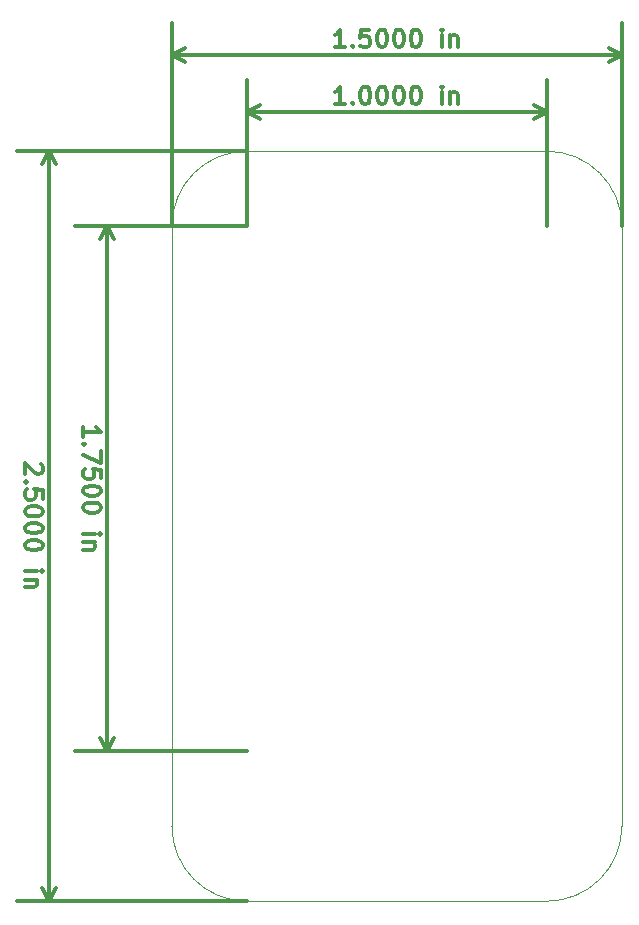
<source format=gbr>
%FSLAX34Y34*%
G04 Gerber Fmt 3.4, Leading zero omitted, Abs format*
G04 (created by PCBNEW (2013-jul-14)-product) date Saturday 22 February 2014 12:24:09 PM IST*
%MOIN*%
G01*
G70*
G90*
G04 APERTURE LIST*
%ADD10C,0.005906*%
%ADD11C,0.011811*%
%ADD12C,0.003937*%
G04 APERTURE END LIST*
G54D10*
G54D11*
X69551Y-32020D02*
X69551Y-31683D01*
X69551Y-31851D02*
X70141Y-31851D01*
X70057Y-31795D01*
X70001Y-31739D01*
X69973Y-31683D01*
X69607Y-32273D02*
X69579Y-32301D01*
X69551Y-32273D01*
X69579Y-32245D01*
X69607Y-32273D01*
X69551Y-32273D01*
X70141Y-32498D02*
X70141Y-32892D01*
X69551Y-32639D01*
X70141Y-33398D02*
X70141Y-33117D01*
X69860Y-33089D01*
X69888Y-33117D01*
X69916Y-33173D01*
X69916Y-33314D01*
X69888Y-33370D01*
X69860Y-33398D01*
X69804Y-33426D01*
X69663Y-33426D01*
X69607Y-33398D01*
X69579Y-33370D01*
X69551Y-33314D01*
X69551Y-33173D01*
X69579Y-33117D01*
X69607Y-33089D01*
X70141Y-33792D02*
X70141Y-33848D01*
X70113Y-33904D01*
X70085Y-33932D01*
X70029Y-33960D01*
X69916Y-33989D01*
X69776Y-33989D01*
X69663Y-33960D01*
X69607Y-33932D01*
X69579Y-33904D01*
X69551Y-33848D01*
X69551Y-33792D01*
X69579Y-33735D01*
X69607Y-33707D01*
X69663Y-33679D01*
X69776Y-33651D01*
X69916Y-33651D01*
X70029Y-33679D01*
X70085Y-33707D01*
X70113Y-33735D01*
X70141Y-33792D01*
X70141Y-34354D02*
X70141Y-34410D01*
X70113Y-34467D01*
X70085Y-34495D01*
X70029Y-34523D01*
X69916Y-34551D01*
X69776Y-34551D01*
X69663Y-34523D01*
X69607Y-34495D01*
X69579Y-34467D01*
X69551Y-34410D01*
X69551Y-34354D01*
X69579Y-34298D01*
X69607Y-34270D01*
X69663Y-34242D01*
X69776Y-34214D01*
X69916Y-34214D01*
X70029Y-34242D01*
X70085Y-34270D01*
X70113Y-34298D01*
X70141Y-34354D01*
X69551Y-35254D02*
X69945Y-35254D01*
X70141Y-35254D02*
X70113Y-35226D01*
X70085Y-35254D01*
X70113Y-35282D01*
X70141Y-35254D01*
X70085Y-35254D01*
X69945Y-35535D02*
X69551Y-35535D01*
X69888Y-35535D02*
X69916Y-35563D01*
X69945Y-35620D01*
X69945Y-35704D01*
X69916Y-35760D01*
X69860Y-35788D01*
X69551Y-35788D01*
X70350Y-25000D02*
X70350Y-42500D01*
X75000Y-25000D02*
X69287Y-25000D01*
X75000Y-42500D02*
X69287Y-42500D01*
X70350Y-42500D02*
X70119Y-42056D01*
X70350Y-42500D02*
X70580Y-42056D01*
X70350Y-25000D02*
X70119Y-25443D01*
X70350Y-25000D02*
X70580Y-25443D01*
X68135Y-32933D02*
X68163Y-32961D01*
X68191Y-33017D01*
X68191Y-33158D01*
X68163Y-33214D01*
X68135Y-33242D01*
X68079Y-33270D01*
X68023Y-33270D01*
X67938Y-33242D01*
X67601Y-32904D01*
X67601Y-33270D01*
X67657Y-33523D02*
X67629Y-33551D01*
X67601Y-33523D01*
X67629Y-33495D01*
X67657Y-33523D01*
X67601Y-33523D01*
X68191Y-34086D02*
X68191Y-33804D01*
X67910Y-33776D01*
X67938Y-33804D01*
X67966Y-33861D01*
X67966Y-34001D01*
X67938Y-34057D01*
X67910Y-34086D01*
X67854Y-34114D01*
X67713Y-34114D01*
X67657Y-34086D01*
X67629Y-34057D01*
X67601Y-34001D01*
X67601Y-33861D01*
X67629Y-33804D01*
X67657Y-33776D01*
X68191Y-34479D02*
X68191Y-34535D01*
X68163Y-34592D01*
X68135Y-34620D01*
X68079Y-34648D01*
X67966Y-34676D01*
X67826Y-34676D01*
X67713Y-34648D01*
X67657Y-34620D01*
X67629Y-34592D01*
X67601Y-34535D01*
X67601Y-34479D01*
X67629Y-34423D01*
X67657Y-34395D01*
X67713Y-34367D01*
X67826Y-34339D01*
X67966Y-34339D01*
X68079Y-34367D01*
X68135Y-34395D01*
X68163Y-34423D01*
X68191Y-34479D01*
X68191Y-35042D02*
X68191Y-35098D01*
X68163Y-35154D01*
X68135Y-35182D01*
X68079Y-35210D01*
X67966Y-35239D01*
X67826Y-35239D01*
X67713Y-35210D01*
X67657Y-35182D01*
X67629Y-35154D01*
X67601Y-35098D01*
X67601Y-35042D01*
X67629Y-34985D01*
X67657Y-34957D01*
X67713Y-34929D01*
X67826Y-34901D01*
X67966Y-34901D01*
X68079Y-34929D01*
X68135Y-34957D01*
X68163Y-34985D01*
X68191Y-35042D01*
X68191Y-35604D02*
X68191Y-35660D01*
X68163Y-35717D01*
X68135Y-35745D01*
X68079Y-35773D01*
X67966Y-35801D01*
X67826Y-35801D01*
X67713Y-35773D01*
X67657Y-35745D01*
X67629Y-35717D01*
X67601Y-35660D01*
X67601Y-35604D01*
X67629Y-35548D01*
X67657Y-35520D01*
X67713Y-35492D01*
X67826Y-35464D01*
X67966Y-35464D01*
X68079Y-35492D01*
X68135Y-35520D01*
X68163Y-35548D01*
X68191Y-35604D01*
X67601Y-36504D02*
X67995Y-36504D01*
X68191Y-36504D02*
X68163Y-36476D01*
X68135Y-36504D01*
X68163Y-36532D01*
X68191Y-36504D01*
X68135Y-36504D01*
X67995Y-36785D02*
X67601Y-36785D01*
X67938Y-36785D02*
X67966Y-36813D01*
X67995Y-36870D01*
X67995Y-36954D01*
X67966Y-37010D01*
X67910Y-37038D01*
X67601Y-37038D01*
X68400Y-22500D02*
X68400Y-47500D01*
X75000Y-22500D02*
X67337Y-22500D01*
X75000Y-47500D02*
X67337Y-47500D01*
X68400Y-47500D02*
X68169Y-47056D01*
X68400Y-47500D02*
X68630Y-47056D01*
X68400Y-22500D02*
X68169Y-22943D01*
X68400Y-22500D02*
X68630Y-22943D01*
X78270Y-20935D02*
X77933Y-20935D01*
X78101Y-20935D02*
X78101Y-20345D01*
X78045Y-20429D01*
X77989Y-20485D01*
X77933Y-20513D01*
X78523Y-20879D02*
X78551Y-20907D01*
X78523Y-20935D01*
X78495Y-20907D01*
X78523Y-20879D01*
X78523Y-20935D01*
X78917Y-20345D02*
X78973Y-20345D01*
X79029Y-20373D01*
X79057Y-20401D01*
X79086Y-20457D01*
X79114Y-20570D01*
X79114Y-20710D01*
X79086Y-20823D01*
X79057Y-20879D01*
X79029Y-20907D01*
X78973Y-20935D01*
X78917Y-20935D01*
X78861Y-20907D01*
X78832Y-20879D01*
X78804Y-20823D01*
X78776Y-20710D01*
X78776Y-20570D01*
X78804Y-20457D01*
X78832Y-20401D01*
X78861Y-20373D01*
X78917Y-20345D01*
X79479Y-20345D02*
X79535Y-20345D01*
X79592Y-20373D01*
X79620Y-20401D01*
X79648Y-20457D01*
X79676Y-20570D01*
X79676Y-20710D01*
X79648Y-20823D01*
X79620Y-20879D01*
X79592Y-20907D01*
X79535Y-20935D01*
X79479Y-20935D01*
X79423Y-20907D01*
X79395Y-20879D01*
X79367Y-20823D01*
X79339Y-20710D01*
X79339Y-20570D01*
X79367Y-20457D01*
X79395Y-20401D01*
X79423Y-20373D01*
X79479Y-20345D01*
X80042Y-20345D02*
X80098Y-20345D01*
X80154Y-20373D01*
X80182Y-20401D01*
X80210Y-20457D01*
X80239Y-20570D01*
X80239Y-20710D01*
X80210Y-20823D01*
X80182Y-20879D01*
X80154Y-20907D01*
X80098Y-20935D01*
X80042Y-20935D01*
X79985Y-20907D01*
X79957Y-20879D01*
X79929Y-20823D01*
X79901Y-20710D01*
X79901Y-20570D01*
X79929Y-20457D01*
X79957Y-20401D01*
X79985Y-20373D01*
X80042Y-20345D01*
X80604Y-20345D02*
X80660Y-20345D01*
X80717Y-20373D01*
X80745Y-20401D01*
X80773Y-20457D01*
X80801Y-20570D01*
X80801Y-20710D01*
X80773Y-20823D01*
X80745Y-20879D01*
X80717Y-20907D01*
X80660Y-20935D01*
X80604Y-20935D01*
X80548Y-20907D01*
X80520Y-20879D01*
X80492Y-20823D01*
X80464Y-20710D01*
X80464Y-20570D01*
X80492Y-20457D01*
X80520Y-20401D01*
X80548Y-20373D01*
X80604Y-20345D01*
X81504Y-20935D02*
X81504Y-20541D01*
X81504Y-20345D02*
X81476Y-20373D01*
X81504Y-20401D01*
X81532Y-20373D01*
X81504Y-20345D01*
X81504Y-20401D01*
X81785Y-20541D02*
X81785Y-20935D01*
X81785Y-20598D02*
X81813Y-20570D01*
X81870Y-20541D01*
X81954Y-20541D01*
X82010Y-20570D01*
X82038Y-20626D01*
X82038Y-20935D01*
X75000Y-21200D02*
X85000Y-21200D01*
X75000Y-25000D02*
X75000Y-20137D01*
X85000Y-25000D02*
X85000Y-20137D01*
X85000Y-21200D02*
X84556Y-21430D01*
X85000Y-21200D02*
X84556Y-20969D01*
X75000Y-21200D02*
X75443Y-21430D01*
X75000Y-21200D02*
X75443Y-20969D01*
X78270Y-19035D02*
X77933Y-19035D01*
X78101Y-19035D02*
X78101Y-18445D01*
X78045Y-18529D01*
X77989Y-18585D01*
X77933Y-18613D01*
X78523Y-18979D02*
X78551Y-19007D01*
X78523Y-19035D01*
X78495Y-19007D01*
X78523Y-18979D01*
X78523Y-19035D01*
X79086Y-18445D02*
X78804Y-18445D01*
X78776Y-18726D01*
X78804Y-18698D01*
X78861Y-18670D01*
X79001Y-18670D01*
X79057Y-18698D01*
X79086Y-18726D01*
X79114Y-18782D01*
X79114Y-18923D01*
X79086Y-18979D01*
X79057Y-19007D01*
X79001Y-19035D01*
X78861Y-19035D01*
X78804Y-19007D01*
X78776Y-18979D01*
X79479Y-18445D02*
X79535Y-18445D01*
X79592Y-18473D01*
X79620Y-18501D01*
X79648Y-18557D01*
X79676Y-18670D01*
X79676Y-18810D01*
X79648Y-18923D01*
X79620Y-18979D01*
X79592Y-19007D01*
X79535Y-19035D01*
X79479Y-19035D01*
X79423Y-19007D01*
X79395Y-18979D01*
X79367Y-18923D01*
X79339Y-18810D01*
X79339Y-18670D01*
X79367Y-18557D01*
X79395Y-18501D01*
X79423Y-18473D01*
X79479Y-18445D01*
X80042Y-18445D02*
X80098Y-18445D01*
X80154Y-18473D01*
X80182Y-18501D01*
X80210Y-18557D01*
X80239Y-18670D01*
X80239Y-18810D01*
X80210Y-18923D01*
X80182Y-18979D01*
X80154Y-19007D01*
X80098Y-19035D01*
X80042Y-19035D01*
X79985Y-19007D01*
X79957Y-18979D01*
X79929Y-18923D01*
X79901Y-18810D01*
X79901Y-18670D01*
X79929Y-18557D01*
X79957Y-18501D01*
X79985Y-18473D01*
X80042Y-18445D01*
X80604Y-18445D02*
X80660Y-18445D01*
X80717Y-18473D01*
X80745Y-18501D01*
X80773Y-18557D01*
X80801Y-18670D01*
X80801Y-18810D01*
X80773Y-18923D01*
X80745Y-18979D01*
X80717Y-19007D01*
X80660Y-19035D01*
X80604Y-19035D01*
X80548Y-19007D01*
X80520Y-18979D01*
X80492Y-18923D01*
X80464Y-18810D01*
X80464Y-18670D01*
X80492Y-18557D01*
X80520Y-18501D01*
X80548Y-18473D01*
X80604Y-18445D01*
X81504Y-19035D02*
X81504Y-18641D01*
X81504Y-18445D02*
X81476Y-18473D01*
X81504Y-18501D01*
X81532Y-18473D01*
X81504Y-18445D01*
X81504Y-18501D01*
X81785Y-18641D02*
X81785Y-19035D01*
X81785Y-18698D02*
X81813Y-18670D01*
X81870Y-18641D01*
X81954Y-18641D01*
X82010Y-18670D01*
X82038Y-18726D01*
X82038Y-19035D01*
X72500Y-19300D02*
X87500Y-19300D01*
X72500Y-25000D02*
X72500Y-18237D01*
X87500Y-25000D02*
X87500Y-18237D01*
X87500Y-19300D02*
X87056Y-19530D01*
X87500Y-19300D02*
X87056Y-19069D01*
X72500Y-19300D02*
X72943Y-19530D01*
X72500Y-19300D02*
X72943Y-19069D01*
G54D12*
X85000Y-47500D02*
G75*
G03X87500Y-45000I0J2500D01*
G74*
G01*
X72500Y-45000D02*
G75*
G03X75000Y-47500I2500J0D01*
G74*
G01*
X87500Y-25000D02*
G75*
G03X85000Y-22500I-2500J0D01*
G74*
G01*
X75000Y-22500D02*
G75*
G03X72500Y-25000I0J-2500D01*
G74*
G01*
X80000Y-47500D02*
X85000Y-47500D01*
X80000Y-47500D02*
X75000Y-47500D01*
X72500Y-45000D02*
X72500Y-25000D01*
X87500Y-25000D02*
X87500Y-45000D01*
X80000Y-22500D02*
X85000Y-22500D01*
X80000Y-22500D02*
X75000Y-22500D01*
M02*

</source>
